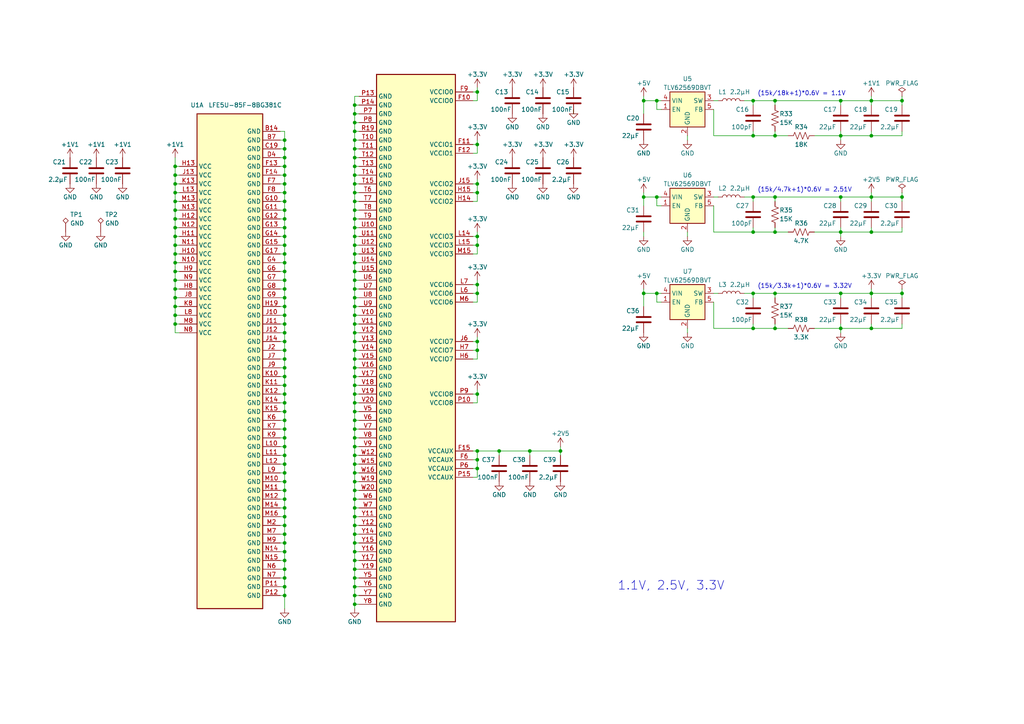
<source format=kicad_sch>
(kicad_sch (version 20230121) (generator eeschema)
  (paper "A4")
  (junction (at 50.8 48.26))
  (junction (at 82.55 165.1))
  (junction (at 138.43 71.12))
  (junction (at 186.69 57.15))
  (junction (at 252.73 95.25))
  (junction (at 224.79 57.15))
  (junction (at 252.73 85.09))
  (junction (at 102.87 86.36))
  (junction (at 82.55 101.6))
  (junction (at 218.44 67.31))
  (junction (at 138.43 68.58))
  (junction (at 102.87 58.42))
  (junction (at 82.55 170.18))
  (junction (at 138.43 101.6))
  (junction (at 138.43 99.06))
  (junction (at 224.79 95.25))
  (junction (at 82.55 106.68))
  (junction (at 82.55 160.02))
  (junction (at 102.87 124.46))
  (junction (at 243.84 29.21))
  (junction (at 102.87 96.52))
  (junction (at 102.87 167.64))
  (junction (at 243.84 85.09))
  (junction (at 102.87 127))
  (junction (at 82.55 137.16))
  (junction (at 82.55 43.18))
  (junction (at 102.87 99.06))
  (junction (at 102.87 48.26))
  (junction (at 82.55 81.28))
  (junction (at 82.55 121.92))
  (junction (at 218.44 57.15))
  (junction (at 50.8 68.58))
  (junction (at 82.55 73.66))
  (junction (at 82.55 93.98))
  (junction (at 82.55 109.22))
  (junction (at 252.73 39.37))
  (junction (at 224.79 67.31))
  (junction (at 252.73 67.31))
  (junction (at 252.73 29.21))
  (junction (at 50.8 55.88))
  (junction (at 50.8 93.98))
  (junction (at 102.87 88.9))
  (junction (at 102.87 53.34))
  (junction (at 102.87 68.58))
  (junction (at 102.87 73.66))
  (junction (at 82.55 45.72))
  (junction (at 82.55 104.14))
  (junction (at 82.55 58.42))
  (junction (at 102.87 81.28))
  (junction (at 102.87 144.78))
  (junction (at 82.55 99.06))
  (junction (at 102.87 111.76))
  (junction (at 138.43 133.35))
  (junction (at 82.55 162.56))
  (junction (at 138.43 26.67))
  (junction (at 218.44 85.09))
  (junction (at 102.87 66.04))
  (junction (at 243.84 57.15))
  (junction (at 102.87 132.08))
  (junction (at 102.87 109.22))
  (junction (at 82.55 91.44))
  (junction (at 82.55 172.72))
  (junction (at 82.55 60.96))
  (junction (at 102.87 152.4))
  (junction (at 102.87 149.86))
  (junction (at 82.55 86.36))
  (junction (at 82.55 88.9))
  (junction (at 102.87 175.26))
  (junction (at 82.55 71.12))
  (junction (at 218.44 39.37))
  (junction (at 50.8 86.36))
  (junction (at 82.55 154.94))
  (junction (at 102.87 147.32))
  (junction (at 50.8 71.12))
  (junction (at 224.79 39.37))
  (junction (at 224.79 85.09))
  (junction (at 50.8 60.96))
  (junction (at 82.55 53.34))
  (junction (at 102.87 83.82))
  (junction (at 102.87 91.44))
  (junction (at 50.8 76.2))
  (junction (at 102.87 35.56))
  (junction (at 82.55 142.24))
  (junction (at 261.62 29.21))
  (junction (at 102.87 93.98))
  (junction (at 82.55 132.08))
  (junction (at 50.8 63.5))
  (junction (at 82.55 129.54))
  (junction (at 102.87 63.5))
  (junction (at 102.87 137.16))
  (junction (at 82.55 147.32))
  (junction (at 261.62 57.15))
  (junction (at 82.55 144.78))
  (junction (at 102.87 157.48))
  (junction (at 102.87 30.48))
  (junction (at 138.43 130.81))
  (junction (at 102.87 71.12))
  (junction (at 102.87 160.02))
  (junction (at 138.43 85.09))
  (junction (at 82.55 78.74))
  (junction (at 82.55 48.26))
  (junction (at 50.8 50.8))
  (junction (at 102.87 43.18))
  (junction (at 243.84 39.37))
  (junction (at 102.87 101.6))
  (junction (at 186.69 85.09))
  (junction (at 102.87 170.18))
  (junction (at 102.87 33.02))
  (junction (at 82.55 68.58))
  (junction (at 102.87 50.8))
  (junction (at 243.84 95.25))
  (junction (at 50.8 83.82))
  (junction (at 82.55 40.64))
  (junction (at 50.8 88.9))
  (junction (at 144.78 130.81))
  (junction (at 261.62 85.09))
  (junction (at 224.79 29.21))
  (junction (at 82.55 96.52))
  (junction (at 162.56 130.81))
  (junction (at 82.55 119.38))
  (junction (at 218.44 95.25))
  (junction (at 50.8 91.44))
  (junction (at 102.87 129.54))
  (junction (at 82.55 149.86))
  (junction (at 82.55 134.62))
  (junction (at 82.55 139.7))
  (junction (at 102.87 139.7))
  (junction (at 102.87 165.1))
  (junction (at 102.87 55.88))
  (junction (at 82.55 127))
  (junction (at 82.55 111.76))
  (junction (at 102.87 116.84))
  (junction (at 252.73 57.15))
  (junction (at 102.87 40.64))
  (junction (at 82.55 83.82))
  (junction (at 50.8 73.66))
  (junction (at 102.87 76.2))
  (junction (at 50.8 66.04))
  (junction (at 82.55 55.88))
  (junction (at 102.87 114.3))
  (junction (at 102.87 78.74))
  (junction (at 82.55 63.5))
  (junction (at 82.55 152.4))
  (junction (at 102.87 142.24))
  (junction (at 50.8 58.42))
  (junction (at 138.43 114.3))
  (junction (at 102.87 60.96))
  (junction (at 243.84 67.31))
  (junction (at 82.55 116.84))
  (junction (at 190.5 29.21))
  (junction (at 102.87 134.62))
  (junction (at 82.55 50.8))
  (junction (at 102.87 119.38))
  (junction (at 82.55 167.64))
  (junction (at 82.55 124.46))
  (junction (at 82.55 114.3))
  (junction (at 82.55 157.48))
  (junction (at 153.67 130.81))
  (junction (at 190.5 85.09))
  (junction (at 138.43 41.91))
  (junction (at 50.8 53.34))
  (junction (at 102.87 121.92))
  (junction (at 138.43 135.89))
  (junction (at 102.87 45.72))
  (junction (at 138.43 55.88))
  (junction (at 138.43 82.55))
  (junction (at 102.87 104.14))
  (junction (at 190.5 57.15))
  (junction (at 50.8 78.74))
  (junction (at 82.55 76.2))
  (junction (at 102.87 154.94))
  (junction (at 50.8 81.28))
  (junction (at 218.44 29.21))
  (junction (at 102.87 162.56))
  (junction (at 102.87 38.1))
  (junction (at 186.69 29.21))
  (junction (at 102.87 172.72))
  (junction (at 102.87 106.68))
  (junction (at 138.43 53.34))
  (junction (at 82.55 66.04))
  (wire (pts (xy 252.73 95.25) (xy 261.62 95.25)))
  (wire (pts (xy 50.8 93.98) (xy 52.07 93.98)))
  (wire (pts (xy 82.55 45.72) (xy 82.55 48.26)))
  (wire (pts (xy 261.62 38.1) (xy 261.62 39.37)))
  (wire (pts (xy 50.8 45.72) (xy 50.8 48.26)))
  (wire (pts (xy 137.16 41.91) (xy 138.43 41.91)))
  (wire (pts (xy 102.87 66.04) (xy 102.87 68.58)))
  (wire (pts (xy 224.79 95.25) (xy 228.6 95.25)))
  (wire (pts (xy 81.28 99.06) (xy 82.55 99.06)))
  (wire (pts (xy 81.28 165.1) (xy 82.55 165.1)))
  (wire (pts (xy 102.87 38.1) (xy 104.14 38.1)))
  (wire (pts (xy 243.84 57.15) (xy 243.84 58.42)))
  (wire (pts (xy 102.87 162.56) (xy 104.14 162.56)))
  (wire (pts (xy 162.56 130.81) (xy 162.56 132.08)))
  (wire (pts (xy 138.43 55.88) (xy 138.43 58.42)))
  (wire (pts (xy 252.73 39.37) (xy 261.62 39.37)))
  (wire (pts (xy 186.69 27.94) (xy 186.69 29.21)))
  (wire (pts (xy 224.79 57.15) (xy 243.84 57.15)))
  (wire (pts (xy 81.28 149.86) (xy 82.55 149.86)))
  (wire (pts (xy 207.01 85.09) (xy 208.28 85.09)))
  (wire (pts (xy 102.87 175.26) (xy 104.14 175.26)))
  (wire (pts (xy 102.87 73.66) (xy 104.14 73.66)))
  (wire (pts (xy 81.28 114.3) (xy 82.55 114.3)))
  (wire (pts (xy 102.87 43.18) (xy 102.87 45.72)))
  (wire (pts (xy 252.73 27.94) (xy 252.73 29.21)))
  (wire (pts (xy 102.87 53.34) (xy 102.87 55.88)))
  (wire (pts (xy 102.87 96.52) (xy 104.14 96.52)))
  (wire (pts (xy 50.8 71.12) (xy 50.8 68.58)))
  (wire (pts (xy 166.37 33.02) (xy 166.37 31.75)))
  (wire (pts (xy 82.55 111.76) (xy 82.55 114.3)))
  (wire (pts (xy 102.87 119.38) (xy 102.87 121.92)))
  (wire (pts (xy 102.87 139.7) (xy 104.14 139.7)))
  (wire (pts (xy 137.16 133.35) (xy 138.43 133.35)))
  (wire (pts (xy 186.69 55.88) (xy 186.69 57.15)))
  (wire (pts (xy 81.28 124.46) (xy 82.55 124.46)))
  (wire (pts (xy 50.8 86.36) (xy 50.8 83.82)))
  (wire (pts (xy 81.28 152.4) (xy 82.55 152.4)))
  (wire (pts (xy 102.87 132.08) (xy 102.87 134.62)))
  (wire (pts (xy 137.16 58.42) (xy 138.43 58.42)))
  (wire (pts (xy 102.87 175.26) (xy 102.87 176.53)))
  (wire (pts (xy 138.43 53.34) (xy 138.43 55.88)))
  (wire (pts (xy 102.87 104.14) (xy 102.87 106.68)))
  (wire (pts (xy 224.79 85.09) (xy 224.79 86.36)))
  (wire (pts (xy 102.87 144.78) (xy 104.14 144.78)))
  (wire (pts (xy 137.16 71.12) (xy 138.43 71.12)))
  (wire (pts (xy 50.8 58.42) (xy 52.07 58.42)))
  (wire (pts (xy 50.8 91.44) (xy 52.07 91.44)))
  (wire (pts (xy 102.87 101.6) (xy 102.87 104.14)))
  (wire (pts (xy 50.8 60.96) (xy 50.8 58.42)))
  (wire (pts (xy 102.87 167.64) (xy 104.14 167.64)))
  (wire (pts (xy 153.67 132.08) (xy 153.67 130.81)))
  (wire (pts (xy 102.87 149.86) (xy 102.87 152.4)))
  (wire (pts (xy 102.87 124.46) (xy 102.87 127)))
  (wire (pts (xy 102.87 172.72) (xy 104.14 172.72)))
  (wire (pts (xy 82.55 137.16) (xy 82.55 139.7)))
  (wire (pts (xy 138.43 113.03) (xy 138.43 114.3)))
  (wire (pts (xy 252.73 57.15) (xy 261.62 57.15)))
  (wire (pts (xy 102.87 81.28) (xy 102.87 83.82)))
  (wire (pts (xy 190.5 85.09) (xy 190.5 87.63)))
  (wire (pts (xy 81.28 71.12) (xy 82.55 71.12)))
  (wire (pts (xy 138.43 130.81) (xy 144.78 130.81)))
  (wire (pts (xy 138.43 71.12) (xy 138.43 73.66)))
  (wire (pts (xy 50.8 53.34) (xy 50.8 50.8)))
  (wire (pts (xy 102.87 86.36) (xy 104.14 86.36)))
  (wire (pts (xy 81.28 129.54) (xy 82.55 129.54)))
  (wire (pts (xy 243.84 67.31) (xy 252.73 67.31)))
  (wire (pts (xy 138.43 40.64) (xy 138.43 41.91)))
  (wire (pts (xy 243.84 29.21) (xy 252.73 29.21)))
  (wire (pts (xy 102.87 40.64) (xy 104.14 40.64)))
  (wire (pts (xy 50.8 60.96) (xy 52.07 60.96)))
  (wire (pts (xy 82.55 76.2) (xy 82.55 78.74)))
  (wire (pts (xy 82.55 68.58) (xy 82.55 71.12)))
  (wire (pts (xy 81.28 73.66) (xy 82.55 73.66)))
  (wire (pts (xy 261.62 85.09) (xy 261.62 86.36)))
  (wire (pts (xy 218.44 95.25) (xy 207.01 95.25)))
  (wire (pts (xy 102.87 53.34) (xy 104.14 53.34)))
  (wire (pts (xy 137.16 68.58) (xy 138.43 68.58)))
  (wire (pts (xy 102.87 114.3) (xy 102.87 116.84)))
  (wire (pts (xy 102.87 132.08) (xy 104.14 132.08)))
  (wire (pts (xy 243.84 85.09) (xy 252.73 85.09)))
  (wire (pts (xy 50.8 81.28) (xy 52.07 81.28)))
  (wire (pts (xy 102.87 83.82) (xy 102.87 86.36)))
  (wire (pts (xy 102.87 162.56) (xy 102.87 165.1)))
  (wire (pts (xy 82.55 78.74) (xy 82.55 81.28)))
  (wire (pts (xy 199.39 95.25) (xy 199.39 96.52)))
  (wire (pts (xy 82.55 147.32) (xy 82.55 149.86)))
  (wire (pts (xy 82.55 132.08) (xy 82.55 134.62)))
  (wire (pts (xy 186.69 29.21) (xy 190.5 29.21)))
  (wire (pts (xy 82.55 144.78) (xy 82.55 147.32)))
  (wire (pts (xy 50.8 55.88) (xy 52.07 55.88)))
  (wire (pts (xy 207.01 67.31) (xy 207.01 59.69)))
  (wire (pts (xy 82.55 162.56) (xy 82.55 165.1)))
  (wire (pts (xy 81.28 170.18) (xy 82.55 170.18)))
  (wire (pts (xy 190.5 29.21) (xy 190.5 31.75)))
  (wire (pts (xy 261.62 27.94) (xy 261.62 29.21)))
  (wire (pts (xy 138.43 41.91) (xy 138.43 44.45)))
  (wire (pts (xy 82.55 48.26) (xy 82.55 50.8)))
  (wire (pts (xy 224.79 29.21) (xy 224.79 30.48)))
  (wire (pts (xy 102.87 116.84) (xy 102.87 119.38)))
  (wire (pts (xy 81.28 81.28) (xy 82.55 81.28)))
  (wire (pts (xy 137.16 104.14) (xy 138.43 104.14)))
  (wire (pts (xy 138.43 97.79) (xy 138.43 99.06)))
  (wire (pts (xy 82.55 73.66) (xy 82.55 76.2)))
  (wire (pts (xy 81.28 121.92) (xy 82.55 121.92)))
  (wire (pts (xy 138.43 85.09) (xy 138.43 87.63)))
  (wire (pts (xy 82.55 152.4) (xy 82.55 154.94)))
  (wire (pts (xy 137.16 53.34) (xy 138.43 53.34)))
  (wire (pts (xy 102.87 63.5) (xy 102.87 66.04)))
  (wire (pts (xy 252.73 66.04) (xy 252.73 67.31)))
  (wire (pts (xy 218.44 39.37) (xy 224.79 39.37)))
  (wire (pts (xy 81.28 157.48) (xy 82.55 157.48)))
  (wire (pts (xy 82.55 149.86) (xy 82.55 152.4)))
  (wire (pts (xy 102.87 157.48) (xy 104.14 157.48)))
  (wire (pts (xy 138.43 82.55) (xy 138.43 85.09)))
  (wire (pts (xy 218.44 67.31) (xy 224.79 67.31)))
  (wire (pts (xy 261.62 55.88) (xy 261.62 57.15)))
  (wire (pts (xy 102.87 27.94) (xy 102.87 30.48)))
  (wire (pts (xy 102.87 109.22) (xy 102.87 111.76)))
  (wire (pts (xy 82.55 66.04) (xy 82.55 68.58)))
  (wire (pts (xy 191.77 87.63) (xy 190.5 87.63)))
  (wire (pts (xy 218.44 66.04) (xy 218.44 67.31)))
  (wire (pts (xy 224.79 93.98) (xy 224.79 95.25)))
  (wire (pts (xy 82.55 86.36) (xy 82.55 88.9)))
  (wire (pts (xy 137.16 26.67) (xy 138.43 26.67)))
  (wire (pts (xy 102.87 142.24) (xy 104.14 142.24)))
  (wire (pts (xy 82.55 43.18) (xy 82.55 45.72)))
  (wire (pts (xy 261.62 66.04) (xy 261.62 67.31)))
  (wire (pts (xy 102.87 121.92) (xy 104.14 121.92)))
  (wire (pts (xy 82.55 104.14) (xy 82.55 106.68)))
  (wire (pts (xy 102.87 157.48) (xy 102.87 160.02)))
  (wire (pts (xy 199.39 39.37) (xy 199.39 40.64)))
  (wire (pts (xy 243.84 66.04) (xy 243.84 67.31)))
  (wire (pts (xy 207.01 29.21) (xy 208.28 29.21)))
  (wire (pts (xy 224.79 38.1) (xy 224.79 39.37)))
  (wire (pts (xy 102.87 160.02) (xy 102.87 162.56)))
  (wire (pts (xy 224.79 67.31) (xy 228.6 67.31)))
  (wire (pts (xy 82.55 88.9) (xy 82.55 91.44)))
  (wire (pts (xy 102.87 43.18) (xy 104.14 43.18)))
  (wire (pts (xy 218.44 39.37) (xy 207.01 39.37)))
  (wire (pts (xy 52.07 96.52) (xy 50.8 96.52)))
  (wire (pts (xy 102.87 154.94) (xy 102.87 157.48)))
  (wire (pts (xy 138.43 99.06) (xy 138.43 101.6)))
  (wire (pts (xy 261.62 29.21) (xy 261.62 30.48)))
  (wire (pts (xy 243.84 29.21) (xy 243.84 30.48)))
  (wire (pts (xy 252.73 29.21) (xy 261.62 29.21)))
  (wire (pts (xy 224.79 29.21) (xy 243.84 29.21)))
  (wire (pts (xy 224.79 57.15) (xy 224.79 58.42)))
  (wire (pts (xy 252.73 93.98) (xy 252.73 95.25)))
  (wire (pts (xy 102.87 55.88) (xy 104.14 55.88)))
  (wire (pts (xy 236.22 39.37) (xy 243.84 39.37)))
  (wire (pts (xy 144.78 132.08) (xy 144.78 130.81)))
  (wire (pts (xy 50.8 83.82) (xy 50.8 81.28)))
  (wire (pts (xy 81.28 167.64) (xy 82.55 167.64)))
  (wire (pts (xy 50.8 86.36) (xy 52.07 86.36)))
  (wire (pts (xy 82.55 38.1) (xy 82.55 40.64)))
  (wire (pts (xy 162.56 129.54) (xy 162.56 130.81)))
  (wire (pts (xy 82.55 157.48) (xy 82.55 160.02)))
  (wire (pts (xy 252.73 83.82) (xy 252.73 85.09)))
  (wire (pts (xy 102.87 58.42) (xy 104.14 58.42)))
  (wire (pts (xy 50.8 71.12) (xy 52.07 71.12)))
  (wire (pts (xy 82.55 139.7) (xy 82.55 142.24)))
  (wire (pts (xy 82.55 160.02) (xy 82.55 162.56)))
  (wire (pts (xy 50.8 50.8) (xy 50.8 48.26)))
  (wire (pts (xy 186.69 83.82) (xy 186.69 85.09)))
  (wire (pts (xy 137.16 85.09) (xy 138.43 85.09)))
  (wire (pts (xy 218.44 57.15) (xy 218.44 58.42)))
  (wire (pts (xy 82.55 60.96) (xy 82.55 63.5)))
  (wire (pts (xy 81.28 104.14) (xy 82.55 104.14)))
  (wire (pts (xy 243.84 93.98) (xy 243.84 95.25)))
  (wire (pts (xy 102.87 60.96) (xy 104.14 60.96)))
  (wire (pts (xy 50.8 76.2) (xy 50.8 73.66)))
  (wire (pts (xy 102.87 134.62) (xy 102.87 137.16)))
  (wire (pts (xy 190.5 31.75) (xy 191.77 31.75)))
  (wire (pts (xy 102.87 55.88) (xy 102.87 58.42)))
  (wire (pts (xy 102.87 121.92) (xy 102.87 124.46)))
  (wire (pts (xy 186.69 85.09) (xy 190.5 85.09)))
  (wire (pts (xy 218.44 29.21) (xy 218.44 30.48)))
  (wire (pts (xy 215.9 85.09) (xy 218.44 85.09)))
  (wire (pts (xy 82.55 116.84) (xy 82.55 119.38)))
  (wire (pts (xy 102.87 127) (xy 102.87 129.54)))
  (wire (pts (xy 102.87 111.76) (xy 104.14 111.76)))
  (wire (pts (xy 50.8 73.66) (xy 50.8 71.12)))
  (wire (pts (xy 81.28 76.2) (xy 82.55 76.2)))
  (wire (pts (xy 102.87 134.62) (xy 104.14 134.62)))
  (wire (pts (xy 102.87 71.12) (xy 104.14 71.12)))
  (wire (pts (xy 137.16 130.81) (xy 138.43 130.81)))
  (wire (pts (xy 102.87 91.44) (xy 102.87 93.98)))
  (wire (pts (xy 102.87 33.02) (xy 104.14 33.02)))
  (wire (pts (xy 82.55 121.92) (xy 82.55 124.46)))
  (wire (pts (xy 102.87 111.76) (xy 102.87 114.3)))
  (wire (pts (xy 102.87 127) (xy 104.14 127)))
  (wire (pts (xy 138.43 25.4) (xy 138.43 26.67)))
  (wire (pts (xy 81.28 101.6) (xy 82.55 101.6)))
  (wire (pts (xy 137.16 55.88) (xy 138.43 55.88)))
  (wire (pts (xy 50.8 53.34) (xy 52.07 53.34)))
  (wire (pts (xy 102.87 63.5) (xy 104.14 63.5)))
  (wire (pts (xy 102.87 137.16) (xy 104.14 137.16)))
  (wire (pts (xy 102.87 88.9) (xy 102.87 91.44)))
  (wire (pts (xy 261.62 93.98) (xy 261.62 95.25)))
  (wire (pts (xy 102.87 149.86) (xy 104.14 149.86)))
  (wire (pts (xy 81.28 43.18) (xy 82.55 43.18)))
  (wire (pts (xy 50.8 83.82) (xy 52.07 83.82)))
  (wire (pts (xy 138.43 101.6) (xy 138.43 104.14)))
  (wire (pts (xy 82.55 124.46) (xy 82.55 127)))
  (wire (pts (xy 102.87 58.42) (xy 102.87 60.96)))
  (wire (pts (xy 102.87 165.1) (xy 104.14 165.1)))
  (wire (pts (xy 102.87 35.56) (xy 102.87 38.1)))
  (wire (pts (xy 81.28 63.5) (xy 82.55 63.5)))
  (wire (pts (xy 102.87 160.02) (xy 104.14 160.02)))
  (wire (pts (xy 102.87 50.8) (xy 104.14 50.8)))
  (wire (pts (xy 252.73 55.88) (xy 252.73 57.15)))
  (wire (pts (xy 81.28 78.74) (xy 82.55 78.74)))
  (wire (pts (xy 102.87 119.38) (xy 104.14 119.38)))
  (wire (pts (xy 82.55 142.24) (xy 82.55 144.78)))
  (wire (pts (xy 81.28 53.34) (xy 82.55 53.34)))
  (wire (pts (xy 82.55 63.5) (xy 82.55 66.04)))
  (wire (pts (xy 102.87 154.94) (xy 104.14 154.94)))
  (wire (pts (xy 82.55 71.12) (xy 82.55 73.66)))
  (wire (pts (xy 50.8 78.74) (xy 50.8 76.2)))
  (wire (pts (xy 218.44 38.1) (xy 218.44 39.37)))
  (wire (pts (xy 102.87 101.6) (xy 104.14 101.6)))
  (wire (pts (xy 190.5 29.21) (xy 191.77 29.21)))
  (wire (pts (xy 81.28 160.02) (xy 82.55 160.02)))
  (wire (pts (xy 190.5 85.09) (xy 191.77 85.09)))
  (wire (pts (xy 191.77 59.69) (xy 190.5 59.69)))
  (wire (pts (xy 186.69 59.69) (xy 186.69 57.15)))
  (wire (pts (xy 102.87 99.06) (xy 104.14 99.06)))
  (wire (pts (xy 50.8 50.8) (xy 52.07 50.8)))
  (wire (pts (xy 82.55 109.22) (xy 82.55 111.76)))
  (wire (pts (xy 81.28 144.78) (xy 82.55 144.78)))
  (wire (pts (xy 102.87 144.78) (xy 102.87 147.32)))
  (wire (pts (xy 82.55 167.64) (xy 82.55 170.18)))
  (wire (pts (xy 81.28 60.96) (xy 82.55 60.96)))
  (wire (pts (xy 50.8 88.9) (xy 52.07 88.9)))
  (wire (pts (xy 81.28 162.56) (xy 82.55 162.56)))
  (wire (pts (xy 102.87 78.74) (xy 102.87 81.28)))
  (wire (pts (xy 102.87 88.9) (xy 104.14 88.9)))
  (wire (pts (xy 243.84 57.15) (xy 252.73 57.15)))
  (wire (pts (xy 102.87 116.84) (xy 104.14 116.84)))
  (wire (pts (xy 50.8 88.9) (xy 50.8 86.36)))
  (wire (pts (xy 243.84 85.09) (xy 243.84 86.36)))
  (wire (pts (xy 81.28 147.32) (xy 82.55 147.32)))
  (wire (pts (xy 102.87 93.98) (xy 104.14 93.98)))
  (wire (pts (xy 102.87 76.2) (xy 104.14 76.2)))
  (wire (pts (xy 102.87 33.02) (xy 102.87 35.56)))
  (wire (pts (xy 190.5 57.15) (xy 190.5 59.69)))
  (wire (pts (xy 218.44 57.15) (xy 224.79 57.15)))
  (wire (pts (xy 82.55 101.6) (xy 82.55 104.14)))
  (wire (pts (xy 81.28 55.88) (xy 82.55 55.88)))
  (wire (pts (xy 81.28 40.64) (xy 82.55 40.64)))
  (wire (pts (xy 218.44 95.25) (xy 224.79 95.25)))
  (wire (pts (xy 102.87 45.72) (xy 104.14 45.72)))
  (wire (pts (xy 243.84 95.25) (xy 243.84 96.52)))
  (wire (pts (xy 252.73 67.31) (xy 261.62 67.31)))
  (wire (pts (xy 82.55 134.62) (xy 82.55 137.16)))
  (wire (pts (xy 102.87 71.12) (xy 102.87 73.66)))
  (wire (pts (xy 102.87 170.18) (xy 102.87 172.72)))
  (wire (pts (xy 186.69 33.02) (xy 186.69 29.21)))
  (wire (pts (xy 50.8 55.88) (xy 50.8 53.34)))
  (wire (pts (xy 102.87 106.68) (xy 102.87 109.22)))
  (wire (pts (xy 50.8 63.5) (xy 52.07 63.5)))
  (wire (pts (xy 261.62 57.15) (xy 261.62 58.42)))
  (wire (pts (xy 207.01 39.37) (xy 207.01 31.75)))
  (wire (pts (xy 243.84 39.37) (xy 252.73 39.37)))
  (wire (pts (xy 138.43 81.28) (xy 138.43 82.55)))
  (wire (pts (xy 102.87 147.32) (xy 104.14 147.32)))
  (wire (pts (xy 199.39 67.31) (xy 199.39 68.58)))
  (wire (pts (xy 137.16 116.84) (xy 138.43 116.84)))
  (wire (pts (xy 186.69 67.31) (xy 186.69 68.58)))
  (wire (pts (xy 82.55 154.94) (xy 82.55 157.48)))
  (wire (pts (xy 102.87 93.98) (xy 102.87 96.52)))
  (wire (pts (xy 243.84 38.1) (xy 243.84 39.37)))
  (wire (pts (xy 81.28 154.94) (xy 82.55 154.94)))
  (wire (pts (xy 102.87 139.7) (xy 102.87 142.24)))
  (wire (pts (xy 102.87 91.44) (xy 104.14 91.44)))
  (wire (pts (xy 104.14 27.94) (xy 102.87 27.94)))
  (wire (pts (xy 215.9 57.15) (xy 218.44 57.15)))
  (wire (pts (xy 102.87 96.52) (xy 102.87 99.06)))
  (wire (pts (xy 102.87 86.36) (xy 102.87 88.9)))
  (wire (pts (xy 102.87 129.54) (xy 102.87 132.08)))
  (wire (pts (xy 81.28 38.1) (xy 82.55 38.1)))
  (wire (pts (xy 218.44 85.09) (xy 218.44 86.36)))
  (wire (pts (xy 252.73 85.09) (xy 252.73 86.36)))
  (wire (pts (xy 224.79 85.09) (xy 243.84 85.09)))
  (wire (pts (xy 102.87 142.24) (xy 102.87 144.78)))
  (wire (pts (xy 137.16 82.55) (xy 138.43 82.55)))
  (wire (pts (xy 82.55 127) (xy 82.55 129.54)))
  (wire (pts (xy 207.01 95.25) (xy 207.01 87.63)))
  (wire (pts (xy 138.43 26.67) (xy 138.43 29.21)))
  (wire (pts (xy 243.84 95.25) (xy 252.73 95.25)))
  (wire (pts (xy 102.87 114.3) (xy 104.14 114.3)))
  (wire (pts (xy 102.87 124.46) (xy 104.14 124.46)))
  (wire (pts (xy 137.16 138.43) (xy 138.43 138.43)))
  (wire (pts (xy 102.87 167.64) (xy 102.87 170.18)))
  (wire (pts (xy 81.28 139.7) (xy 82.55 139.7)))
  (wire (pts (xy 102.87 45.72) (xy 102.87 48.26)))
  (wire (pts (xy 224.79 39.37) (xy 228.6 39.37)))
  (wire (pts (xy 82.55 83.82) (xy 82.55 86.36)))
  (wire (pts (xy 102.87 68.58) (xy 102.87 71.12)))
  (wire (pts (xy 82.55 93.98) (xy 82.55 96.52)))
  (wire (pts (xy 102.87 60.96) (xy 102.87 63.5)))
  (wire (pts (xy 102.87 99.06) (xy 102.87 101.6)))
  (wire (pts (xy 81.28 58.42) (xy 82.55 58.42)))
  (wire (pts (xy 102.87 30.48) (xy 104.14 30.48)))
  (wire (pts (xy 137.16 73.66) (xy 138.43 73.66)))
  (wire (pts (xy 82.55 50.8) (xy 82.55 53.34)))
  (wire (pts (xy 81.28 45.72) (xy 82.55 45.72)))
  (wire (pts (xy 81.28 68.58) (xy 82.55 68.58)))
  (wire (pts (xy 153.67 130.81) (xy 162.56 130.81)))
  (wire (pts (xy 186.69 57.15) (xy 190.5 57.15)))
  (wire (pts (xy 144.78 130.81) (xy 153.67 130.81)))
  (wire (pts (xy 243.84 67.31) (xy 243.84 68.58)))
  (wire (pts (xy 82.55 96.52) (xy 82.55 99.06)))
  (wire (pts (xy 82.55 129.54) (xy 82.55 132.08)))
  (wire (pts (xy 102.87 38.1) (xy 102.87 40.64)))
  (wire (pts (xy 81.28 106.68) (xy 82.55 106.68)))
  (wire (pts (xy 102.87 165.1) (xy 102.87 167.64)))
  (wire (pts (xy 218.44 85.09) (xy 224.79 85.09)))
  (wire (pts (xy 82.55 99.06) (xy 82.55 101.6)))
  (wire (pts (xy 82.55 165.1) (xy 82.55 167.64)))
  (wire (pts (xy 102.87 109.22) (xy 104.14 109.22)))
  (wire (pts (xy 102.87 40.64) (xy 102.87 43.18)))
  (wire (pts (xy 252.73 57.15) (xy 252.73 58.42)))
  (wire (pts (xy 102.87 76.2) (xy 102.87 78.74)))
  (wire (pts (xy 261.62 83.82) (xy 261.62 85.09)))
  (wire (pts (xy 138.43 130.81) (xy 138.43 133.35)))
  (wire (pts (xy 50.8 91.44) (xy 50.8 88.9)))
  (wire (pts (xy 102.87 78.74) (xy 104.14 78.74)))
  (wire (pts (xy 186.69 88.9) (xy 186.69 85.09)))
  (wire (pts (xy 102.87 66.04) (xy 104.14 66.04)))
  (wire (pts (xy 82.55 58.42) (xy 82.55 60.96)))
  (wire (pts (xy 50.8 48.26) (xy 52.07 48.26)))
  (wire (pts (xy 50.8 73.66) (xy 52.07 73.66)))
  (wire (pts (xy 50.8 68.58) (xy 52.07 68.58)))
  (wire (pts (xy 81.28 172.72) (xy 82.55 172.72)))
  (wire (pts (xy 102.87 170.18) (xy 104.14 170.18)))
  (wire (pts (xy 102.87 152.4) (xy 102.87 154.94)))
  (wire (pts (xy 50.8 68.58) (xy 50.8 66.04)))
  (wire (pts (xy 50.8 66.04) (xy 50.8 63.5)))
  (wire (pts (xy 81.28 83.82) (xy 82.55 83.82)))
  (wire (pts (xy 243.84 39.37) (xy 243.84 40.64)))
  (wire (pts (xy 81.28 116.84) (xy 82.55 116.84)))
  (wire (pts (xy 82.55 40.64) (xy 82.55 43.18)))
  (wire (pts (xy 137.16 44.45) (xy 138.43 44.45)))
  (wire (pts (xy 252.73 85.09) (xy 261.62 85.09)))
  (wire (pts (xy 218.44 29.21) (xy 224.79 29.21)))
  (wire (pts (xy 138.43 138.43) (xy 138.43 135.89)))
  (wire (pts (xy 82.55 172.72) (xy 82.55 176.53)))
  (wire (pts (xy 81.28 93.98) (xy 82.55 93.98)))
  (wire (pts (xy 102.87 73.66) (xy 102.87 76.2)))
  (wire (pts (xy 82.55 53.34) (xy 82.55 55.88)))
  (wire (pts (xy 82.55 81.28) (xy 82.55 83.82)))
  (wire (pts (xy 82.55 91.44) (xy 82.55 93.98)))
  (wire (pts (xy 82.55 114.3) (xy 82.55 116.84)))
  (wire (pts (xy 102.87 106.68) (xy 104.14 106.68)))
  (wire (pts (xy 102.87 104.14) (xy 104.14 104.14)))
  (wire (pts (xy 102.87 81.28) (xy 104.14 81.28)))
  (wire (pts (xy 252.73 29.21) (xy 252.73 30.48)))
  (wire (pts (xy 218.44 93.98) (xy 218.44 95.25)))
  (wire (pts (xy 138.43 68.58) (xy 138.43 71.12)))
  (wire (pts (xy 50.8 81.28) (xy 50.8 78.74)))
  (wire (pts (xy 137.16 29.21) (xy 138.43 29.21)))
  (wire (pts (xy 81.28 50.8) (xy 82.55 50.8)))
  (wire (pts (xy 102.87 152.4) (xy 104.14 152.4)))
  (wire (pts (xy 81.28 48.26) (xy 82.55 48.26)))
  (wire (pts (xy 81.28 137.16) (xy 82.55 137.16)))
  (wire (pts (xy 137.16 135.89) (xy 138.43 135.89)))
  (wire (pts (xy 252.73 38.1) (xy 252.73 39.37)))
  (wire (pts (xy 81.28 119.38) (xy 82.55 119.38)))
  (wire (pts (xy 137.16 99.06) (xy 138.43 99.06)))
  (wire (pts (xy 190.5 57.15) (xy 191.77 57.15)))
  (wire (pts (xy 224.79 66.04) (xy 224.79 67.31)))
  (wire (pts (xy 102.87 83.82) (xy 104.14 83.82)))
  (wire (pts (xy 81.28 91.44) (xy 82.55 91.44)))
  (wire (pts (xy 81.28 127) (xy 82.55 127)))
  (wire (pts (xy 50.8 93.98) (xy 50.8 91.44)))
  (wire (pts (xy 81.28 142.24) (xy 82.55 142.24)))
  (wire (pts (xy 102.87 129.54) (xy 104.14 129.54)))
  (wire (pts (xy 137.16 87.63) (xy 138.43 87.63)))
  (wire (pts (xy 81.28 96.52) (xy 82.55 96.52)))
  (wire (pts (xy 50.8 96.52) (xy 50.8 93.98)))
  (wire (pts (xy 81.28 109.22) (xy 82.55 109.22)))
  (wire (pts (xy 218.44 67.31) (xy 207.01 67.31)))
  (wire (pts (xy 138.43 135.89) (xy 138.43 133.35)))
  (wire (pts (xy 207.01 57.15) (xy 208.28 57.15)))
  (wire (pts (xy 138.43 52.07) (xy 138.43 53.34)))
  (wire (pts (xy 215.9 29.21) (xy 218.44 29.21)))
  (wire (pts (xy 82.55 106.68) (xy 82.55 109.22)))
  (wire (pts (xy 50.8 78.74) (xy 52.07 78.74)))
  (wire (pts (xy 81.28 134.62) (xy 82.55 134.62)))
  (wire (pts (xy 137.16 114.3) (xy 138.43 114.3)))
  (wire (pts (xy 81.28 132.08) (xy 82.55 132.08)))
  (wire (pts (xy 81.28 86.36) (xy 82.55 86.36)))
  (wire (pts (xy 102.87 172.72) (xy 102.87 175.26)))
  (wire (pts (xy 81.28 66.04) (xy 82.55 66.04)))
  (wire (pts (xy 82.55 170.18) (xy 82.55 172.72)))
  (wire (pts (xy 236.22 95.25) (xy 243.84 95.25)))
  (wire (pts (xy 82.55 119.38) (xy 82.55 121.92)))
  (wire (pts (xy 102.87 137.16) (xy 102.87 139.7)))
  (wire (pts (xy 138.43 67.31) (xy 138.43 68.58)))
  (wire (pts (xy 81.28 111.76) (xy 82.55 111.76)))
  (wire (pts (xy 138.43 114.3) (xy 138.43 116.84)))
  (wire (pts (xy 102.87 30.48) (xy 102.87 33.02)))
  (wire (pts (xy 102.87 50.8) (xy 102.87 53.34)))
  (wire (pts (xy 81.28 88.9) (xy 82.55 88.9)))
  (wire (pts (xy 50.8 58.42) (xy 50.8 55.88)))
  (wire (pts (xy 50.8 63.5) (xy 50.8 60.96)))
  (wire (pts (xy 102.87 68.58) (xy 104.14 68.58)))
  (wire (pts (xy 137.16 101.6) (xy 138.43 101.6)))
  (wire (pts (xy 82.55 55.88) (xy 82.55 58.42)))
  (wire (pts (xy 50.8 66.04) (xy 52.07 66.04)))
  (wire (pts (xy 102.87 35.56) (xy 104.14 35.56)))
  (wire (pts (xy 236.22 67.31) (xy 243.84 67.31)))
  (wire (pts (xy 102.87 147.32) (xy 102.87 149.86)))
  (wire (pts (xy 102.87 48.26) (xy 102.87 50.8)))
  (wire (pts (xy 50.8 76.2) (xy 52.07 76.2)))
  (wire (pts (xy 102.87 48.26) (xy 104.14 48.26)))
  (text "(15k/3.3k+1)*0.6V = 3.32V" (at 219.71 83.82 0) (effects (font (size 1.27 1.27)) (justify left bottom)))
  (text "(15k/18k+1)*0.6V = 1.1V" (at 219.71 27.94 0) (effects (font (size 1.27 1.27)) (justify left bottom)))
  (text "(15k/4.7k+1)*0.6V = 2.51V" (at 219.71 55.88 0) (effects (font (size 1.27 1.27)) (justify left bottom)))
  (text "1.1V, 2.5V, 3.3V" (at 179.07 171.45 0) (effects (font (size 2.54 2.54)) (justify left bottom)))
  (symbol (lib_id "Device:C") (at 186.69 63.5 0) (unit 1)
    (property "Reference" "C31" (at 181.61 60.96 0) (effects (justify left)))
    (property "Value" "22µF" (at 180.34 66.04 0) (effects (justify left)))
    (property "Footprint" "Capacitor_SMD:C_0603_1608Metric" (effects hide))
    (property "Manufacturer" "Samsung Electro-Mechanics" (effects hide))
    (property "Description" "CAP CER 22UF 10V X5R 0603" (effects hide))
    (property "MPN" "CL10A226MP8NUNE" (effects hide))
  )
  (symbol (lib_id "power:GND") (at 199.39 40.64 0) (unit 1)
    (property "Reference" "#PWR079" (effects hide))
    (property "Value" "GND" (at 199.39 44.45 0))
  )
  (symbol (lib_id "Device:R_US") (at 224.79 62.23 0) (unit 1)
    (property "Reference" "R35" (at 226.06 60.96 0) (effects (justify left)))
    (property "Value" "15K" (at 226.06 63.5 0) (effects (justify left)))
    (property "Footprint" "Resistor_SMD:R_0603_1608Metric" (effects hide))
    (property "Manufacturer" "Panasonic Electronic Components" (effects hide))
    (property "Description" "RES SMD 15K OHM 1% 1/10W 0603" (effects hide))
    (property "MPN" "ERJ-3EKF1502V" (effects hide))
  )
  (symbol (lib_id "Device:C") (at 20.32 49.53 0) (unit 1)
    (property "Reference" "C21" (at 15.24 46.99 0) (effects (justify left)))
    (property "Value" "2.2µF" (at 13.97 52.07 0) (effects (justify left)))
    (property "Footprint" "Capacitor_SMD:C_0603_1608Metric" (effects hide))
    (property "Manufacturer" "Samsung Electro-Mechanics" (effects hide))
    (property "Description" "CAP CER 2.2UF 10V X7R 0603" (effects hide))
    (property "MPN" "CL10B225KP8NNNC" (effects hide))
  )
  (symbol (lib_id "power:+5V") (at 186.69 83.82 0) (unit 1)
    (property "Reference" "#PWR0104" (effects hide))
    (property "Value" "+5V" (at 186.69 80.01 0))
  )
  (symbol (lib_id "Device:C") (at 186.69 36.83 0) (unit 1)
    (property "Reference" "C20" (at 181.61 34.29 0) (effects (justify left)))
    (property "Value" "22µF" (at 180.34 39.37 0) (effects (justify left)))
    (property "Footprint" "Capacitor_SMD:C_0603_1608Metric" (effects hide))
    (property "Manufacturer" "Samsung Electro-Mechanics" (effects hide))
    (property "Description" "CAP CER 22UF 10V X5R 0603" (effects hide))
    (property "MPN" "CL10A226MP8NUNE" (effects hide))
  )
  (symbol (lib_id "Device:C") (at 252.73 62.23 0) (unit 1)
    (property "Reference" "C29" (at 247.65 59.69 0) (effects (justify left)))
    (property "Value" "22µF" (at 246.38 64.77 0) (effects (justify left)))
    (property "Footprint" "Capacitor_SMD:C_0603_1608Metric" (effects hide))
    (property "Manufacturer" "Samsung Electro-Mechanics" (effects hide))
    (property "Description" "CAP CER 22UF 10V X5R 0603" (effects hide))
    (property "MPN" "CL10A226MP8NUNE" (effects hide))
  )
  (symbol (lib_id "Connector:TestPoint_Alt") (at 29.21 67.31 0) (unit 1) (in_bom no)
    (property "Reference" "TP2" (at 30.48 62.23 0) (effects (justify left)))
    (property "Value" "GND" (at 30.48 64.77 0) (effects (justify left)))
    (property "Footprint" "TestPoint:TestPoint_THTPad_D2.0mm_Drill1.0mm" (effects hide))
    (property "MPN" "5001" (effects hide))
    (property "Manufacturer" "Keystone Electronics" (effects hide))
    (property "Description" "PC TEST POINT MINIATURE BLACK" (effects hide))
  )
  (symbol (lib_id "power:+3.3V") (at 166.37 25.4 0) (unit 1)
    (property "Reference" "#PWR071" (effects hide))
    (property "Value" "+3.3V" (at 166.37 21.59 0))
  )
  (symbol (lib_id "power:+1V1") (at 35.56 45.72 0) (unit 1)
    (property "Reference" "#PWR083" (effects hide))
    (property "Value" "+1V1" (at 35.56 41.91 0))
  )
  (symbol (lib_id "power:GND") (at 186.69 68.58 0) (unit 1)
    (property "Reference" "#PWR0100" (effects hide))
    (property "Value" "GND" (at 186.69 72.39 0))
  )
  (symbol (lib_id "Device:C") (at 218.44 62.23 0) (unit 1)
    (property "Reference" "C27" (at 213.36 59.69 0) (effects (justify left)))
    (property "Value" "100pF" (at 212.09 64.77 0) (effects (justify left)))
    (property "Footprint" "Capacitor_SMD:C_0603_1608Metric" (effects hide))
    (property "Manufacturer" "Samsung Electro-Mechanics" (effects hide))
    (property "Description" "CAP CER 100PF 50V C0G/NP0 0603" (effects hide))
    (property "MPN" "CL10C101FB81PNC" (effects hide))
  )
  (symbol (lib_id "power:+5V") (at 186.69 55.88 0) (unit 1)
    (property "Reference" "#PWR095" (effects hide))
    (property "Value" "+5V" (at 186.69 52.07 0))
  )
  (symbol (lib_id "power:GND") (at 186.69 96.52 0) (unit 1)
    (property "Reference" "#PWR0106" (effects hide))
    (property "Value" "GND" (at 186.69 100.33 0))
  )
  (symbol (lib_id "Device:C") (at 35.56 49.53 0) (unit 1)
    (property "Reference" "C23" (at 30.48 46.99 0) (effects (justify left)))
    (property "Value" "100nF" (at 29.21 52.07 0) (effects (justify left)))
    (property "Footprint" "Capacitor_SMD:C_0603_1608Metric" (effects hide))
    (property "Manufacturer" "Samsung Electro-Mechanics" (effects hide))
    (property "Description" "CAP CER 0.1UF 50V X7R 0603" (effects hide))
    (property "MPN" "CL10B104KB8NNWC" (effects hide))
  )
  (symbol (lib_id "power:+1V1") (at 252.73 27.94 0) (unit 1)
    (property "Reference" "#PWR073" (effects hide))
    (property "Value" "+1V1" (at 252.73 24.13 0))
  )
  (symbol (lib_id "power:GND") (at 19.05 67.31 0) (unit 1)
    (property "Reference" "#PWR097" (effects hide))
    (property "Value" "GND" (at 19.05 71.12 0))
  )
  (symbol (lib_id "power:+3.3V") (at 138.43 97.79 0) (unit 1) (in_bom no)
    (property "Reference" "#PWR0109" (effects hide))
    (property "Value" "+3.3V" (at 138.43 93.98 0))
  )
  (symbol (lib_id "Device:C") (at 157.48 29.21 0) (unit 1)
    (property "Reference" "C14" (at 152.4 26.67 0) (effects (justify left)))
    (property "Value" "100nF" (at 151.13 31.75 0) (effects (justify left)))
    (property "Footprint" "Capacitor_SMD:C_0603_1608Metric" (effects hide))
    (property "Manufacturer" "Samsung Electro-Mechanics" (effects hide))
    (property "Description" "CAP CER 0.1UF 50V X7R 0603" (effects hide))
    (property "MPN" "CL10B104KB8NNWC" (effects hide))
  )
  (symbol (lib_id "power:GND") (at 148.59 53.34 0) (unit 1)
    (property "Reference" "#PWR092" (effects hide))
    (property "Value" "GND" (at 148.59 57.15 0))
  )
  (symbol (lib_id "power:+3.3V") (at 148.59 45.72 0) (unit 1) (in_bom no)
    (property "Reference" "#PWR085" (effects hide))
    (property "Value" "+3.3V" (at 148.59 41.91 0))
  )
  (symbol (lib_id "power:GND") (at 199.39 68.58 0) (unit 1)
    (property "Reference" "#PWR0101" (effects hide))
    (property "Value" "GND" (at 199.39 72.39 0))
  )
  (symbol (lib_id "Regulator_Switching:TLV62569DBV") (at 199.39 59.69 0) (unit 1)
    (property "Reference" "U6" (at 199.39 50.8 0))
    (property "Value" "TLV62569DBVT" (at 199.39 53.34 0))
    (property "Footprint" "Package_TO_SOT_SMD:SOT-23-5" (effects hide))
    (property "Datasheet" "http://www.ti.com/lit/ds/symlink/tlv62569.pdf" (effects hide))
    (property "Manufacturer" "Texas Instruments" (effects hide))
    (property "Description" "IC REG BUCK ADJ 2A SOT23-5" (effects hide))
    (property "MPN" "TLV62569DBVT" (effects hide))
  )
  (symbol (lib_id "power:GND") (at 243.84 40.64 0) (unit 1)
    (property "Reference" "#PWR080" (effects hide))
    (property "Value" "GND" (at 243.84 44.45 0))
  )
  (symbol (lib_id "Device:L") (at 212.09 85.09 90) (unit 1)
    (property "Reference" "L3" (at 209.55 82.55 90))
    (property "Value" "2.2µH" (at 214.63 82.55 90))
    (property "Footprint" "Inductor_SMD:L_1210_3225Metric" (effects hide))
    (property "Manufacturer" "Murata Electronics" (effects hide))
    (property "Description" "FIXED IND 2.2UH 2.6A 66MOHM SMD" (effects hide))
    (property "MPN" "DFE322512F-2R2M=P2" (effects hide))
  )
  (symbol (lib_id "Connector:TestPoint_Alt") (at 19.05 67.31 0) (unit 1) (in_bom no)
    (property "Reference" "TP1" (at 20.32 62.23 0) (effects (justify left)))
    (property "Value" "GND" (at 20.32 64.77 0) (effects (justify left)))
    (property "Footprint" "TestPoint:TestPoint_THTPad_D2.0mm_Drill1.0mm" (effects hide))
    (property "MPN" "5001" (effects hide))
    (property "Manufacturer" "Keystone Electronics" (effects hide))
    (property "Description" "PC TEST POINT MINIATURE BLACK" (effects hide))
  )
  (symbol (lib_id "Device:C") (at 261.62 62.23 0) (unit 1)
    (property "Reference" "C30" (at 256.54 59.69 0) (effects (justify left)))
    (property "Value" "2.2µF" (at 255.27 64.77 0) (effects (justify left)))
    (property "Footprint" "Capacitor_SMD:C_0603_1608Metric" (effects hide))
    (property "Manufacturer" "Samsung Electro-Mechanics" (effects hide))
    (property "Description" "CAP CER 2.2UF 10V X7R 0603" (effects hide))
    (property "MPN" "CL10B225KP8NNNC" (effects hide))
  )
  (symbol (lib_id "power:+1V1") (at 50.8 45.72 0) (unit 1) (in_bom no)
    (property "Reference" "#PWR084" (effects hide))
    (property "Value" "+1V1" (at 50.8 41.91 0))
  )
  (symbol (lib_id "power:PWR_FLAG") (at 261.62 27.94 0) (unit 1)
    (property "Reference" "#FLG03" (effects hide))
    (property "Value" "PWR_FLAG" (at 261.62 24.13 0))
  )
  (symbol (lib_id "power:+3.3V") (at 138.43 67.31 0) (unit 1) (in_bom no)
    (property "Reference" "#PWR099" (effects hide))
    (property "Value" "+3.3V" (at 138.43 63.5 0))
  )
  (symbol (lib_id "Device:C") (at 243.84 62.23 0) (unit 1)
    (property "Reference" "C28" (at 238.76 59.69 0) (effects (justify left)))
    (property "Value" "22µF" (at 237.49 64.77 0) (effects (justify left)))
    (property "Footprint" "Capacitor_SMD:C_0603_1608Metric" (effects hide))
    (property "Manufacturer" "Samsung Electro-Mechanics" (effects hide))
    (property "Description" "CAP CER 22UF 10V X5R 0603" (effects hide))
    (property "MPN" "CL10A226MP8NUNE" (effects hide))
  )
  (symbol (lib_id "Gil:LFE5U-85F-6BG381x") (at 92.71 107.95 0) (unit 1)
    (property "Reference" "U1" (at 57.15 30.48 0))
    (property "Value" "LFE5U-85F-8BG381C" (at 71.12 30.48 0))
    (property "Footprint" "Gil:BGA-381_pitch0.8mm_dia0.4mm" (effects hide))
    (property "Datasheet" "https://www.latticesemi.com/view_document?document_id=50461" (effects hide))
    (property "Manufacturer" "Lattice Semiconductor Corporation" (effects hide))
    (property "Description" "IC FPGA 205 I/O 381CABGA" (effects hide))
    (property "MPN" "LFE5U-85F-8BG381C" (effects hide))
  )
  (symbol (lib_id "power:PWR_FLAG") (at 261.62 83.82 0) (unit 1)
    (property "Reference" "#FLG05" (effects hide))
    (property "Value" "PWR_FLAG" (at 261.62 80.01 0))
  )
  (symbol (lib_id "Device:C") (at 153.67 135.89 0) (unit 1)
    (property "Reference" "C38" (at 148.59 133.35 0) (effects (justify left)))
    (property "Value" "100nF" (at 147.32 138.43 0) (effects (justify left)))
    (property "Footprint" "Capacitor_SMD:C_0603_1608Metric" (effects hide))
    (property "Manufacturer" "Samsung Electro-Mechanics" (effects hide))
    (property "Description" "CAP CER 0.1UF 50V X7R 0603" (effects hide))
    (property "MPN" "CL10B104KB8NNWC" (effects hide))
  )
  (symbol (lib_id "Device:R_US") (at 232.41 95.25 90) (unit 1)
    (property "Reference" "R38" (at 232.41 92.71 90))
    (property "Value" "3.3K" (at 232.41 97.79 90))
    (property "Footprint" "Resistor_SMD:R_0603_1608Metric" (effects hide))
    (property "Manufacturer" "Panasonic Electronic Components" (effects hide))
    (property "Description" "RES SMD 3.3K OHM 1% 1/10W 0603" (effects hide))
    (property "MPN" "ERJ-3EKF3301V" (effects hide))
  )
  (symbol (lib_id "Device:C") (at 252.73 90.17 0) (unit 1)
    (property "Reference" "C34" (at 247.65 87.63 0) (effects (justify left)))
    (property "Value" "22µF" (at 246.38 92.71 0) (effects (justify left)))
    (property "Footprint" "Capacitor_SMD:C_0603_1608Metric" (effects hide))
    (property "Manufacturer" "Samsung Electro-Mechanics" (effects hide))
    (property "Description" "CAP CER 22UF 10V X5R 0603" (effects hide))
    (property "MPN" "CL10A226MP8NUNE" (effects hide))
  )
  (symbol (lib_id "Device:C") (at 27.94 49.53 0) (unit 1)
    (property "Reference" "C22" (at 22.86 46.99 0) (effects (justify left)))
    (property "Value" "100nF" (at 21.59 52.07 0) (effects (justify left)))
    (property "Footprint" "Capacitor_SMD:C_0603_1608Metric" (effects hide))
    (property "Manufacturer" "Samsung Electro-Mechanics" (effects hide))
    (property "Description" "CAP CER 0.1UF 50V X7R 0603" (effects hide))
    (property "MPN" "CL10B104KB8NNWC" (effects hide))
  )
  (symbol (lib_id "power:+2V5") (at 252.73 55.88 0) (unit 1) (in_bom no)
    (property "Reference" "#PWR096" (effects hide))
    (property "Value" "+2V5" (at 252.73 52.07 0))
  )
  (symbol (lib_id "Device:C") (at 261.62 90.17 0) (unit 1)
    (property "Reference" "C35" (at 256.54 87.63 0) (effects (justify left)))
    (property "Value" "2.2µF" (at 255.27 92.71 0) (effects (justify left)))
    (property "Footprint" "Capacitor_SMD:C_0603_1608Metric" (effects hide))
    (property "Manufacturer" "Samsung Electro-Mechanics" (effects hide))
    (property "Description" "CAP CER 2.2UF 10V X7R 0603" (effects hide))
    (property "MPN" "CL10B225KP8NNNC" (effects hide))
  )
  (symbol (lib_id "Device:C") (at 261.62 34.29 0) (unit 1)
    (property "Reference" "C19" (at 256.54 31.75 0) (effects (justify left)))
    (property "Value" "2.2µF" (at 255.27 36.83 0) (effects (justify left)))
    (property "Footprint" "Capacitor_SMD:C_0603_1608Metric" (effects hide))
    (property "Manufacturer" "Samsung Electro-Mechanics" (effects hide))
    (property "Description" "CAP CER 2.2UF 10V X7R 0603" (effects hide))
    (property "MPN" "CL10B225KP8NNNC" (effects hide))
  )
  (symbol (lib_id "Device:C") (at 218.44 34.29 0) (unit 1)
    (property "Reference" "C16" (at 213.36 31.75 0) (effects (justify left)))
    (property "Value" "100pF" (at 212.09 36.83 0) (effects (justify left)))
    (property "Footprint" "Capacitor_SMD:C_0603_1608Metric" (effects hide))
    (property "Manufacturer" "Samsung Electro-Mechanics" (effects hide))
    (property "Description" "CAP CER 100PF 50V C0G/NP0 0603" (effects hide))
    (property "MPN" "CL10C101FB81PNC" (effects hide))
  )
  (symbol (lib_id "Device:R_US") (at 224.79 90.17 0) (unit 1)
    (property "Reference" "R37" (at 226.06 88.9 0) (effects (justify left)))
    (property "Value" "15K" (at 226.06 91.44 0) (effects (justify left)))
    (property "Footprint" "Resistor_SMD:R_0603_1608Metric" (effects hide))
    (property "Manufacturer" "Panasonic Electronic Components" (effects hide))
    (property "Description" "RES SMD 15K OHM 1% 1/10W 0603" (effects hide))
    (property "MPN" "ERJ-3EKF1502V" (effects hide))
  )
  (symbol (lib_id "power:GND") (at 20.32 53.34 0) (unit 1)
    (property "Reference" "#PWR089" (effects hide))
    (property "Value" "GND" (at 20.32 57.15 0))
  )
  (symbol (lib_id "power:GND") (at 82.55 176.53 0) (unit 1)
    (property "Reference" "#PWR0115" (effects hide))
    (property "Value" "GND" (at 82.55 180.34 0))
  )
  (symbol (lib_id "Device:R_US") (at 232.41 39.37 90) (unit 1)
    (property "Reference" "R34" (at 232.41 36.83 90))
    (property "Value" "18K" (at 232.41 41.91 90))
    (property "Footprint" "Resistor_SMD:R_0603_1608Metric" (effects hide))
    (property "Manufacturer" "Panasonic Electronic Components" (effects hide))
    (property "Description" "RES SMD 18K OHM 1% 1/10W 0603" (effects hide))
    (property "MPN" "ERJ-3EKF1802V" (effects hide))
  )
  (symbol (lib_id "power:+1V1") (at 27.94 45.72 0) (unit 1) (in_bom no)
    (property "Reference" "#PWR082" (effects hide))
    (property "Value" "+1V1" (at 27.94 41.91 0))
  )
  (symbol (lib_id "power:+3.3V") (at 148.59 25.4 0) (unit 1) (in_bom no)
    (property "Reference" "#PWR069" (effects hide))
    (property "Value" "+3.3V" (at 148.59 21.59 0))
  )
  (symbol (lib_id "power:+3.3V") (at 157.48 25.4 0) (unit 1) (in_bom no)
    (property "Reference" "#PWR070" (effects hide))
    (property "Value" "+3.3V" (at 157.48 21.59 0))
  )
  (symbol (lib_id "Device:C") (at 218.44 90.17 0) (unit 1)
    (property "Reference" "C32" (at 213.36 87.63 0) (effects (justify left)))
    (property "Value" "100pF" (at 212.09 92.71 0) (effects (justify left)))
    (property "Footprint" "Capacitor_SMD:C_0603_1608Metric" (effects hide))
    (property "Manufacturer" "Samsung Electro-Mechanics" (effects hide))
    (property "Description" "CAP CER 100PF 50V C0G/NP0 0603" (effects hide))
    (property "MPN" "CL10C101FB81PNC" (effects hide))
  )
  (symbol (lib_id "power:GND") (at 162.56 139.7 0) (unit 1)
    (property "Reference" "#PWR0114" (effects hide))
    (property "Value" "GND" (at 162.56 143.51 0))
  )
  (symbol (lib_id "power:GND") (at 166.37 31.75 0) (unit 1)
    (property "Reference" "#PWR074" (effects hide))
    (property "Value" "GND" (at 166.37 35.56 0))
  )
  (symbol (lib_id "power:GND") (at 35.56 53.34 0) (unit 1)
    (property "Reference" "#PWR091" (effects hide))
    (property "Value" "GND" (at 35.56 57.15 0))
  )
  (symbol (lib_id "power:+3.3V") (at 138.43 81.28 0) (unit 1) (in_bom no)
    (property "Reference" "#PWR0103" (effects hide))
    (property "Value" "+3.3V" (at 138.43 77.47 0))
  )
  (symbol (lib_id "power:GND") (at 148.59 33.02 0) (unit 1)
    (property "Reference" "#PWR075" (effects hide))
    (property "Value" "GND" (at 148.59 36.83 0))
  )
  (symbol (lib_id "Device:C") (at 243.84 90.17 0) (unit 1)
    (property "Reference" "C33" (at 238.76 87.63 0) (effects (justify left)))
    (property "Value" "22µF" (at 237.49 92.71 0) (effects (justify left)))
    (property "Footprint" "Capacitor_SMD:C_0603_1608Metric" (effects hide))
    (property "Manufacturer" "Samsung Electro-Mechanics" (effects hide))
    (property "Description" "CAP CER 22UF 10V X5R 0603" (effects hide))
    (property "MPN" "CL10A226MP8NUNE" (effects hide))
  )
  (symbol (lib_id "power:+3.3V") (at 166.37 45.72 0) (unit 1) (in_bom no)
    (property "Reference" "#PWR087" (effects hide))
    (property "Value" "+3.3V" (at 166.37 41.91 0))
  )
  (symbol (lib_id "Device:C") (at 166.37 49.53 0) (unit 1)
    (property "Reference" "C26" (at 161.29 46.99 0) (effects (justify left)))
    (property "Value" "2.2µF" (at 160.02 52.07 0) (effects (justify left)))
    (property "Footprint" "Capacitor_SMD:C_0603_1608Metric" (effects hide))
    (property "Manufacturer" "Samsung Electro-Mechanics" (effects hide))
    (property "Description" "CAP CER 2.2UF 10V X7R 0603" (effects hide))
    (property "MPN" "CL10B225KP8NNNC" (effects hide))
  )
  (symbol (lib_id "Regulator_Switching:TLV62569DBV") (at 199.39 87.63 0) (unit 1)
    (property "Reference" "U7" (at 199.39 78.74 0))
    (property "Value" "TLV62569DBVT" (at 199.39 81.28 0))
    (property "Footprint" "Package_TO_SOT_SMD:SOT-23-5" (effects hide))
    (property "Datasheet" "http://www.ti.com/lit/ds/symlink/tlv62569.pdf" (effects hide))
    (property "Manufacturer" "Texas Instruments" (effects hide))
    (property "Description" "IC REG BUCK ADJ 2A SOT23-5" (effects hide))
    (property "MPN" "TLV62569DBVT" (effects hide))
  )
  (symbol (lib_id "power:+2V5") (at 162.56 129.54 0) (unit 1) (in_bom no)
    (property "Reference" "#PWR0111" (effects hide))
    (property "Value" "+2V5" (at 162.56 125.73 0))
  )
  (symbol (lib_id "power:+3.3V") (at 252.73 83.82 0) (unit 1) (in_bom no)
    (property "Reference" "#PWR0105" (effects hide))
    (property "Value" "+3.3V" (at 252.73 80.01 0))
  )
  (symbol (lib_id "power:+3.3V") (at 138.43 113.03 0) (unit 1) (in_bom no)
    (property "Reference" "#PWR0110" (effects hide))
    (property "Value" "+3.3V" (at 138.43 109.22 0))
  )
  (symbol (lib_id "power:+1V1") (at 20.32 45.72 0) (unit 1) (in_bom no)
    (property "Reference" "#PWR081" (effects hide))
    (property "Value" "+1V1" (at 20.32 41.91 0))
  )
  (symbol (lib_id "power:GND") (at 243.84 68.58 0) (unit 1)
    (property "Reference" "#PWR0102" (effects hide))
    (property "Value" "GND" (at 243.84 72.39 0))
  )
  (symbol (lib_id "power:GND") (at 157.48 53.34 0) (unit 1)
    (property "Reference" "#PWR093" (effects hide))
    (property "Value" "GND" (at 157.48 57.15 0))
  )
  (symbol (lib_id "power:PWR_FLAG") (at 261.62 55.88 0) (unit 1)
    (property "Reference" "#FLG04" (effects hide))
    (property "Value" "PWR_FLAG" (at 261.62 52.07 0))
  )
  (symbol (lib_id "Device:C") (at 166.37 29.21 0) (unit 1)
    (property "Reference" "C15" (at 161.29 26.67 0) (effects (justify left)))
    (property "Value" "100nF" (at 160.02 31.75 0) (effects (justify left)))
    (property "Footprint" "Capacitor_SMD:C_0603_1608Metric" (effects hide))
    (property "Manufacturer" "Samsung Electro-Mechanics" (effects hide))
    (property "Description" "CAP CER 0.1UF 50V X7R 0603" (effects hide))
    (property "MPN" "CL10B104KB8NNWC" (effects hide))
  )
  (symbol (lib_id "power:GND") (at 144.78 139.7 0) (unit 1)
    (property "Reference" "#PWR0112" (effects hide))
    (property "Value" "GND" (at 144.78 143.51 0))
  )
  (symbol (lib_id "Regulator_Switching:TLV62569DBV") (at 199.39 31.75 0) (unit 1)
    (property "Reference" "U5" (at 199.39 22.86 0))
    (property "Value" "TLV62569DBVT" (at 199.39 25.4 0))
    (property "Footprint" "Package_TO_SOT_SMD:SOT-23-5" (effects hide))
    (property "Datasheet" "http://www.ti.com/lit/ds/symlink/tlv62569.pdf" (effects hide))
    (property "Manufacturer" "Texas Instruments" (effects hide))
    (property "Description" "IC REG BUCK ADJ 2A SOT23-5" (effects hide))
    (property "MPN" "TLV62569DBVT" (effects hide))
  )
  (symbol (lib_id "Device:C") (at 252.73 34.29 0) (unit 1)
    (property "Reference" "C18" (at 247.65 31.75 0) (effects (justify left)))
    (property "Value" "22µF" (at 246.38 36.83 0) (effects (justify left)))
    (property "Footprint" "Capacitor_SMD:C_0603_1608Metric" (effects hide))
    (property "Manufacturer" "Samsung Electro-Mechanics" (effects hide))
    (property "Description" "CAP CER 22UF 10V X5R 0603" (effects hide))
    (property "MPN" "CL10A226MP8NUNE" (effects hide))
  )
  (symbol (lib_id "Device:L") (at 212.09 57.15 90) (unit 1)
    (property "Reference" "L2" (at 209.55 54.61 90))
    (property "Value" "2.2µH" (at 214.63 54.61 90))
    (property "Footprint" "Inductor_SMD:L_1210_3225Metric" (effects hide))
    (property "Manufacturer" "Murata Electronics" (effects hide))
    (property "Description" "FIXED IND 2.2UH 2.6A 66MOHM SMD" (effects hide))
    (property "MPN" "DFE322512F-2R2M=P2" (effects hide))
  )
  (symbol (lib_id "power:GND") (at 157.48 33.02 0) (unit 1)
    (property "Reference" "#PWR076" (effects hide))
    (property "Value" "GND" (at 157.48 36.83 0))
  )
  (symbol (lib_id "power:GND") (at 29.21 67.31 0) (unit 1)
    (property "Reference" "#PWR098" (effects hide))
    (property "Value" "GND" (at 29.21 71.12 0))
  )
  (symbol (lib_id "power:+3.3V") (at 138.43 40.64 0) (unit 1) (in_bom no)
    (property "Reference" "#PWR077" (effects hide))
    (property "Value" "+3.3V" (at 138.43 36.83 0))
  )
  (symbol (lib_id "power:GND") (at 102.87 176.53 0) (unit 1)
    (property "Reference" "#PWR0116" (effects hide))
    (property "Value" "GND" (at 102.87 180.34 0))
  )
  (symbol (lib_id "Device:C") (at 186.69 92.71 0) (unit 1)
    (property "Reference" "C36" (at 181.61 90.17 0) (effects (justify left)))
    (property "Value" "22µF" (at 180.34 95.25 0) (effects (justify left)))
    (property "Footprint" "Capacitor_SMD:C_0603_1608Metric" (effects hide))
    (property "Manufacturer" "Samsung Electro-Mechanics" (effects hide))
    (property "Description" "CAP CER 22UF 10V X5R 0603" (effects hide))
    (property "MPN" "CL10A226MP8NUNE" (effects hide))
  )
  (symbol (lib_id "power:GND") (at 27.94 53.34 0) (unit 1)
    (property "Reference" "#PWR090" (effects hide))
    (property "Value" "GND" (at 27.94 57.15 0))
  )
  (symbol (lib_id "Device:C") (at 157.48 49.53 0) (unit 1)
    (property "Reference" "C25" (at 152.4 46.99 0) (effects (justify left)))
    (property "Value" "100nF" (at 151.13 52.07 0) (effects (justify left)))
    (property "Footprint" "Capacitor_SMD:C_0603_1608Metric" (effects hide))
    (property "Manufacturer" "Samsung Electro-Mechanics" (effects hide))
    (property "Description" "CAP CER 0.1UF 50V X7R 0603" (effects hide))
    (property "MPN" "CL10B104KB8NNWC" (effects hide))
  )
  (symbol (lib_id "Device:C") (at 243.84 34.29 0) (unit 1)
    (property "Reference" "C17" (at 238.76 31.75 0) (effects (justify left)))
    (property "Value" "22µF" (at 237.49 36.83 0) (effects (justify left)))
    (property "Footprint" "Capacitor_SMD:C_0603_1608Metric" (effects hide))
    (property "Manufacturer" "Samsung Electro-Mechanics" (effects hide))
    (property "Description" "CAP CER 22UF 10V X5R 0603" (effects hide))
    (property "MPN" "CL10A226MP8NUNE" (effects hide))
  )
  (symbol (lib_id "power:+3.3V") (at 157.48 45.72 0) (unit 1)
    (property "Reference" "#PWR086" (effects hide))
    (property "Value" "+3.3V" (at 157.48 41.91 0))
  )
  (symbol (lib_id "power:+5V") (at 186.69 27.94 0) (unit 1)
    (property "Reference" "#PWR072" (effects hide))
    (property "Value" "+5V" (at 186.69 24.13 0))
  )
  (symbol (lib_id "Device:R_US") (at 224.79 34.29 0) (unit 1)
    (property "Reference" "R33" (at 226.06 33.02 0) (effects (justify left)))
    (property "Value" "15K" (at 226.06 35.56 0) (effects (justify left)))
    (property "Footprint" "Resistor_SMD:R_0603_1608Metric" (effects hide))
    (property "Manufacturer" "Panasonic Electronic Components" (effects hide))
    (property "Description" "RES SMD 15K OHM 1% 1/10W 0603" (effects hide))
    (property "MPN" "ERJ-3EKF1502V" (effects hide))
  )
  (symbol (lib_id "Device:C") (at 144.78 135.89 0) (unit 1)
    (property "Reference" "C37" (at 139.7 133.35 0) (effects (justify left)))
    (property "Value" "100nF" (at 138.43 138.43 0) (effects (justify left)))
    (property "Footprint" "Capacitor_SMD:C_0603_1608Metric" (effects hide))
    (property "Manufacturer" "Samsung Electro-Mechanics" (effects hide))
    (property "Description" "CAP CER 0.1UF 50V X7R 0603" (effects hide))
    (property "MPN" "CL10B104KB8NNWC" (effects hide))
  )
  (symbol (lib_id "Device:C") (at 162.56 135.89 0) (unit 1)
    (property "Reference" "C39" (at 157.48 133.35 0) (effects (justify left)))
    (property "Value" "2.2µF" (at 156.21 138.43 0) (effects (justify left)))
    (property "Footprint" "Capacitor_SMD:C_0603_1608Metric" (effects hide))
    (property "Manufacturer" "Samsung Electro-Mechanics" (effects hide))
    (property "Description" "CAP CER 2.2UF 10V X7R 0603" (effects hide))
    (property "MPN" "CL10B225KP8NNNC" (effects hide))
  )
  (symbol (lib_id "power:GND") (at 153.67 139.7 0) (unit 1)
    (property "Reference" "#PWR0113" (effects hide))
    (property "Value" "GND" (at 153.67 143.51 0))
  )
  (symbol (lib_id "power:GND") (at 199.39 96.52 0) (unit 1)
    (property "Reference" "#PWR0107" (effects hide))
    (property "Value" "GND" (at 199.39 100.33 0))
  )
  (symbol (lib_id "power:GND") (at 166.37 53.34 0) (unit 1)
    (property "Reference" "#PWR094" (effects hide))
    (property "Value" "GND" (at 166.37 57.15 0))
  )
  (symbol (lib_id "power:+3.3V") (at 138.43 52.07 0) (unit 1) (in_bom no)
    (property "Reference" "#PWR088" (effects hide))
    (property "Value" "+3.3V" (at 138.43 48.26 0))
  )
  (symbol (lib_id "Device:C") (at 148.59 29.21 0) (unit 1)
    (property "Reference" "C13" (at 143.51 26.67 0) (effects (justify left)))
    (property "Value" "100nF" (at 142.24 31.75 0) (effects (justify left)))
    (property "Footprint" "Capacitor_SMD:C_0603_1608Metric" (effects hide))
    (property "Manufacturer" "Samsung Electro-Mechanics" (effects hide))
    (property "Description" "CAP CER 0.1UF 50V X7R 0603" (effects hide))
    (property "MPN" "CL10B104KB8NNWC" (effects hide))
  )
  (symbol (lib_id "Device:L") (at 212.09 29.21 90) (unit 1)
    (property "Reference" "L1" (at 209.55 26.67 90))
    (property "Value" "2.2µH" (at 214.63 26.67 90))
    (property "Footprint" "Inductor_SMD:L_1210_3225Metric" (effects hide))
    (property "Manufacturer" "Murata Electronics" (effects hide))
    (property "Description" "FIXED IND 2.2UH 2.6A 66MOHM SMD" (effects hide))
    (property "MPN" "DFE322512F-2R2M=P2" (effects hide))
  )
  (symbol (lib_id "Device:R_US") (at 232.41 67.31 90) (unit 1)
    (property "Reference" "R36" (at 232.41 64.77 90))
    (property "Value" "4.7K" (at 232.41 69.85 90))
    (property "Footprint" "Resistor_SMD:R_0603_1608Metric" (effects hide))
    (property "Manufacturer" "Panasonic Electronic Components" (effects hide))
    (property "Description" "RES SMD 4.7K OHM 1% 1/10W 0603" (effects hide))
    (property "MPN" "ERJ-3EKF4701V" (effects hide))
  )
  (symbol (lib_id "Device:C") (at 148.59 49.53 0) (unit 1)
    (property "Reference" "C24" (at 143.51 46.99 0) (effects (justify left)))
    (property "Value" "100nF" (at 142.24 52.07 0) (effects (justify left)))
    (property "Footprint" "Capacitor_SMD:C_0603_1608Metric" (effects hide))
    (property "Manufacturer" "Samsung Electro-Mechanics" (effects hide))
    (property "Description" "CAP CER 0.1UF 50V X7R 0603" (effects hide))
    (property "MPN" "CL10B104KB8NNWC" (effects hide))
  )
  (symbol (lib_id "power:GND") (at 186.69 40.64 0) (unit 1)
    (property "Reference" "#PWR078" (effects hide))
    (property "Value" "GND" (at 186.69 44.45 0))
  )
  (symbol (lib_id "power:GND") (at 243.84 96.52 0) (unit 1)
    (property "Reference" "#PWR0108" (effects hide))
    (property "Value" "GND" (at 243.84 100.33 0))
  )
  (symbol (lib_id "power:+3.3V") (at 138.43 25.4 0) (unit 1) (in_bom no)
    (property "Reference" "#PWR068" (effects hide))
    (property "Value" "+3.3V" (at 138.43 21.59 0))
  )
)
</source>
